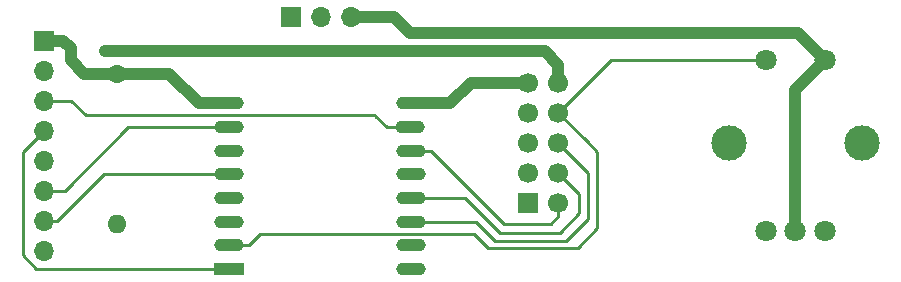
<source format=gtl>
G04 #@! TF.FileFunction,Copper,L1,Top,Signal*
%FSLAX46Y46*%
G04 Gerber Fmt 4.6, Leading zero omitted, Abs format (unit mm)*
G04 Created by KiCad (PCBNEW 4.0.2+dfsg1-stable) date lun 08 gen 2018 09:22:36 CET*
%MOMM*%
G01*
G04 APERTURE LIST*
%ADD10C,0.100000*%
%ADD11R,2.500000X1.100000*%
%ADD12O,2.500000X1.100000*%
%ADD13C,1.800000*%
%ADD14C,3.000000*%
%ADD15R,1.700000X1.700000*%
%ADD16C,1.700000*%
%ADD17C,1.600000*%
%ADD18O,1.600000X1.600000*%
%ADD19O,1.700000X1.700000*%
%ADD20C,0.600000*%
%ADD21C,1.000000*%
%ADD22C,0.250000*%
G04 APERTURE END LIST*
D10*
D11*
X103186000Y-99568000D03*
D12*
X103186000Y-97568000D03*
X103186000Y-95568000D03*
X103186000Y-93568000D03*
X103186000Y-91568000D03*
X103186000Y-89568000D03*
X103186000Y-87568000D03*
X103186000Y-85568000D03*
X118586000Y-85568000D03*
X118486000Y-87568000D03*
X118586000Y-89568000D03*
X118586000Y-91568000D03*
X118586000Y-93568000D03*
X118586000Y-95568000D03*
X118586000Y-97568000D03*
X118586000Y-99568000D03*
D13*
X148630000Y-81900000D03*
X148630000Y-96400000D03*
X151130000Y-96400000D03*
X153630000Y-96400000D03*
X153630000Y-81900000D03*
D14*
X156730000Y-88900000D03*
X145530000Y-88900000D03*
D15*
X128524000Y-93980000D03*
D16*
X131064000Y-93980000D03*
X128524000Y-91440000D03*
X131064000Y-91440000D03*
X128524000Y-88900000D03*
X131064000Y-88900000D03*
X128524000Y-86360000D03*
X131064000Y-86360000D03*
X128524000Y-83820000D03*
X131064000Y-83820000D03*
D17*
X93726000Y-83058000D03*
D18*
X93726000Y-95758000D03*
D15*
X108458000Y-78232000D03*
D19*
X110998000Y-78232000D03*
X113538000Y-78232000D03*
D15*
X87503000Y-80264000D03*
D19*
X87503000Y-82804000D03*
X87503000Y-85344000D03*
X87503000Y-87884000D03*
X87503000Y-90424000D03*
X87503000Y-92964000D03*
X87503000Y-95504000D03*
X87503000Y-98044000D03*
D20*
X92710000Y-81153000D03*
D21*
X90932000Y-83058000D02*
X89789000Y-81915000D01*
X93726000Y-83058000D02*
X90932000Y-83058000D01*
X89154000Y-80264000D02*
X87503000Y-80264000D01*
X89789000Y-80899000D02*
X89154000Y-80264000D01*
X89789000Y-81915000D02*
X89789000Y-80899000D01*
X103886000Y-85568000D02*
X100614000Y-85568000D01*
X98104000Y-83058000D02*
X93726000Y-83058000D01*
X100614000Y-85568000D02*
X98104000Y-83058000D01*
X113538000Y-78232000D02*
X117124002Y-78232000D01*
X151359000Y-79629000D02*
X153630000Y-81900000D01*
X118521002Y-79629000D02*
X151359000Y-79629000D01*
X117124002Y-78232000D02*
X118521002Y-79629000D01*
X123660000Y-83820000D02*
X128524000Y-83820000D01*
X117886000Y-85568000D02*
X121912000Y-85568000D01*
X121912000Y-85568000D02*
X123660000Y-83820000D01*
X151130000Y-84400000D02*
X151130000Y-96400000D01*
X153630000Y-81900000D02*
X151130000Y-84400000D01*
D22*
X130429000Y-95758000D02*
X126492000Y-95758000D01*
X130429000Y-95758000D02*
X131064000Y-95123000D01*
X131064000Y-93980000D02*
X131064000Y-95123000D01*
X120302000Y-89568000D02*
X117886000Y-89568000D01*
X126492000Y-95758000D02*
X120302000Y-89568000D01*
X126111000Y-96520000D02*
X131191000Y-96520000D01*
X132842000Y-93218000D02*
X131064000Y-91440000D01*
X132842000Y-94869000D02*
X132842000Y-93218000D01*
X131191000Y-96520000D02*
X132842000Y-94869000D01*
X117886000Y-93568000D02*
X123159000Y-93568000D01*
X123159000Y-93568000D02*
X126111000Y-96520000D01*
X117886000Y-95568000D02*
X124058002Y-95568000D01*
X125730000Y-97239998D02*
X131741002Y-97239998D01*
X124058002Y-95568000D02*
X125730000Y-97239998D01*
X131064000Y-88900000D02*
X133604000Y-91440000D01*
X133604000Y-91440000D02*
X133604000Y-95377000D01*
X131741002Y-97239998D02*
X133604000Y-95377000D01*
X148630000Y-81900000D02*
X135524000Y-81900000D01*
X135524000Y-81900000D02*
X131064000Y-86360000D01*
X133490000Y-88786200D02*
X133490200Y-88786200D01*
X133490000Y-88786200D02*
X131064000Y-86360000D01*
X132715000Y-97790000D02*
X134366000Y-96139000D01*
X125095000Y-97790000D02*
X132715000Y-97790000D01*
X123897700Y-96592700D02*
X125095000Y-97790000D01*
X103886000Y-97568000D02*
X104861000Y-97568000D01*
X104861000Y-97568000D02*
X105837000Y-96592700D01*
X105837000Y-96592700D02*
X123897700Y-96592700D01*
X133490200Y-88786200D02*
X134366000Y-89662000D01*
X134366000Y-89662000D02*
X134366000Y-96139000D01*
D21*
X92710000Y-81153000D02*
X129921000Y-81153000D01*
X129921000Y-81153000D02*
X131064000Y-82296000D01*
X131064000Y-82296000D02*
X131064000Y-83820000D01*
D22*
X115557000Y-86586800D02*
X115557000Y-86601000D01*
X91031800Y-86586800D02*
X89789000Y-85344000D01*
X87503000Y-85344000D02*
X89789000Y-85344000D01*
X91031800Y-86586800D02*
X115557000Y-86586800D01*
X116524000Y-87568000D02*
X117886000Y-87568000D01*
X115557000Y-86601000D02*
X116524000Y-87568000D01*
X103886000Y-87568000D02*
X94651600Y-87568000D01*
X89255600Y-92964000D02*
X87503000Y-92964000D01*
X94651600Y-87568000D02*
X89255600Y-92964000D01*
X87503000Y-95504000D02*
X88651300Y-95504000D01*
X92587300Y-91568000D02*
X103886000Y-91568000D01*
X88651300Y-95504000D02*
X92587300Y-91568000D01*
X103886000Y-99568000D02*
X86868000Y-99568000D01*
X85725000Y-89662000D02*
X87503000Y-87884000D01*
X85725000Y-98425000D02*
X85725000Y-89662000D01*
X86868000Y-99568000D02*
X85725000Y-98425000D01*
M02*

</source>
